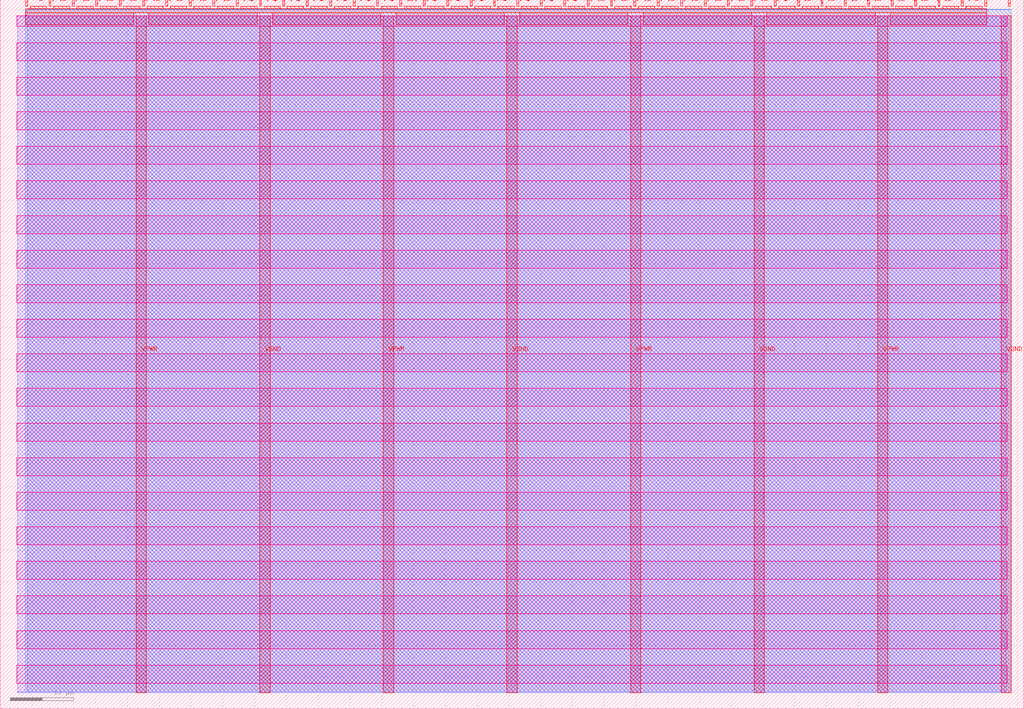
<source format=lef>
VERSION 5.7 ;
  NOWIREEXTENSIONATPIN ON ;
  DIVIDERCHAR "/" ;
  BUSBITCHARS "[]" ;
MACRO tt_um_wokwi_397142450561071105
  CLASS BLOCK ;
  FOREIGN tt_um_wokwi_397142450561071105 ;
  ORIGIN 0.000 0.000 ;
  SIZE 161.000 BY 111.520 ;
  PIN VGND
    DIRECTION INOUT ;
    USE GROUND ;
    PORT
      LAYER met4 ;
        RECT 40.830 2.480 42.430 109.040 ;
    END
    PORT
      LAYER met4 ;
        RECT 79.700 2.480 81.300 109.040 ;
    END
    PORT
      LAYER met4 ;
        RECT 118.570 2.480 120.170 109.040 ;
    END
    PORT
      LAYER met4 ;
        RECT 157.440 2.480 159.040 109.040 ;
    END
  END VGND
  PIN VPWR
    DIRECTION INOUT ;
    USE POWER ;
    PORT
      LAYER met4 ;
        RECT 21.395 2.480 22.995 109.040 ;
    END
    PORT
      LAYER met4 ;
        RECT 60.265 2.480 61.865 109.040 ;
    END
    PORT
      LAYER met4 ;
        RECT 99.135 2.480 100.735 109.040 ;
    END
    PORT
      LAYER met4 ;
        RECT 138.005 2.480 139.605 109.040 ;
    END
  END VPWR
  PIN clk
    DIRECTION INPUT ;
    USE SIGNAL ;
    ANTENNAGATEAREA 0.852000 ;
    PORT
      LAYER met4 ;
        RECT 154.870 110.520 155.170 111.520 ;
    END
  END clk
  PIN ena
    DIRECTION INPUT ;
    USE SIGNAL ;
    PORT
      LAYER met4 ;
        RECT 158.550 110.520 158.850 111.520 ;
    END
  END ena
  PIN rst_n
    DIRECTION INPUT ;
    USE SIGNAL ;
    PORT
      LAYER met4 ;
        RECT 151.190 110.520 151.490 111.520 ;
    END
  END rst_n
  PIN ui_in[0]
    DIRECTION INPUT ;
    USE SIGNAL ;
    PORT
      LAYER met4 ;
        RECT 147.510 110.520 147.810 111.520 ;
    END
  END ui_in[0]
  PIN ui_in[1]
    DIRECTION INPUT ;
    USE SIGNAL ;
    ANTENNAGATEAREA 0.196500 ;
    PORT
      LAYER met4 ;
        RECT 143.830 110.520 144.130 111.520 ;
    END
  END ui_in[1]
  PIN ui_in[2]
    DIRECTION INPUT ;
    USE SIGNAL ;
    ANTENNAGATEAREA 0.196500 ;
    PORT
      LAYER met4 ;
        RECT 140.150 110.520 140.450 111.520 ;
    END
  END ui_in[2]
  PIN ui_in[3]
    DIRECTION INPUT ;
    USE SIGNAL ;
    ANTENNAGATEAREA 0.196500 ;
    PORT
      LAYER met4 ;
        RECT 136.470 110.520 136.770 111.520 ;
    END
  END ui_in[3]
  PIN ui_in[4]
    DIRECTION INPUT ;
    USE SIGNAL ;
    ANTENNAGATEAREA 0.196500 ;
    PORT
      LAYER met4 ;
        RECT 132.790 110.520 133.090 111.520 ;
    END
  END ui_in[4]
  PIN ui_in[5]
    DIRECTION INPUT ;
    USE SIGNAL ;
    PORT
      LAYER met4 ;
        RECT 129.110 110.520 129.410 111.520 ;
    END
  END ui_in[5]
  PIN ui_in[6]
    DIRECTION INPUT ;
    USE SIGNAL ;
    PORT
      LAYER met4 ;
        RECT 125.430 110.520 125.730 111.520 ;
    END
  END ui_in[6]
  PIN ui_in[7]
    DIRECTION INPUT ;
    USE SIGNAL ;
    ANTENNAGATEAREA 0.196500 ;
    PORT
      LAYER met4 ;
        RECT 121.750 110.520 122.050 111.520 ;
    END
  END ui_in[7]
  PIN uio_in[0]
    DIRECTION INPUT ;
    USE SIGNAL ;
    PORT
      LAYER met4 ;
        RECT 118.070 110.520 118.370 111.520 ;
    END
  END uio_in[0]
  PIN uio_in[1]
    DIRECTION INPUT ;
    USE SIGNAL ;
    PORT
      LAYER met4 ;
        RECT 114.390 110.520 114.690 111.520 ;
    END
  END uio_in[1]
  PIN uio_in[2]
    DIRECTION INPUT ;
    USE SIGNAL ;
    PORT
      LAYER met4 ;
        RECT 110.710 110.520 111.010 111.520 ;
    END
  END uio_in[2]
  PIN uio_in[3]
    DIRECTION INPUT ;
    USE SIGNAL ;
    PORT
      LAYER met4 ;
        RECT 107.030 110.520 107.330 111.520 ;
    END
  END uio_in[3]
  PIN uio_in[4]
    DIRECTION INPUT ;
    USE SIGNAL ;
    PORT
      LAYER met4 ;
        RECT 103.350 110.520 103.650 111.520 ;
    END
  END uio_in[4]
  PIN uio_in[5]
    DIRECTION INPUT ;
    USE SIGNAL ;
    PORT
      LAYER met4 ;
        RECT 99.670 110.520 99.970 111.520 ;
    END
  END uio_in[5]
  PIN uio_in[6]
    DIRECTION INPUT ;
    USE SIGNAL ;
    PORT
      LAYER met4 ;
        RECT 95.990 110.520 96.290 111.520 ;
    END
  END uio_in[6]
  PIN uio_in[7]
    DIRECTION INPUT ;
    USE SIGNAL ;
    PORT
      LAYER met4 ;
        RECT 92.310 110.520 92.610 111.520 ;
    END
  END uio_in[7]
  PIN uio_oe[0]
    DIRECTION OUTPUT TRISTATE ;
    USE SIGNAL ;
    PORT
      LAYER met4 ;
        RECT 29.750 110.520 30.050 111.520 ;
    END
  END uio_oe[0]
  PIN uio_oe[1]
    DIRECTION OUTPUT TRISTATE ;
    USE SIGNAL ;
    PORT
      LAYER met4 ;
        RECT 26.070 110.520 26.370 111.520 ;
    END
  END uio_oe[1]
  PIN uio_oe[2]
    DIRECTION OUTPUT TRISTATE ;
    USE SIGNAL ;
    PORT
      LAYER met4 ;
        RECT 22.390 110.520 22.690 111.520 ;
    END
  END uio_oe[2]
  PIN uio_oe[3]
    DIRECTION OUTPUT TRISTATE ;
    USE SIGNAL ;
    PORT
      LAYER met4 ;
        RECT 18.710 110.520 19.010 111.520 ;
    END
  END uio_oe[3]
  PIN uio_oe[4]
    DIRECTION OUTPUT TRISTATE ;
    USE SIGNAL ;
    PORT
      LAYER met4 ;
        RECT 15.030 110.520 15.330 111.520 ;
    END
  END uio_oe[4]
  PIN uio_oe[5]
    DIRECTION OUTPUT TRISTATE ;
    USE SIGNAL ;
    PORT
      LAYER met4 ;
        RECT 11.350 110.520 11.650 111.520 ;
    END
  END uio_oe[5]
  PIN uio_oe[6]
    DIRECTION OUTPUT TRISTATE ;
    USE SIGNAL ;
    PORT
      LAYER met4 ;
        RECT 7.670 110.520 7.970 111.520 ;
    END
  END uio_oe[6]
  PIN uio_oe[7]
    DIRECTION OUTPUT TRISTATE ;
    USE SIGNAL ;
    PORT
      LAYER met4 ;
        RECT 3.990 110.520 4.290 111.520 ;
    END
  END uio_oe[7]
  PIN uio_out[0]
    DIRECTION OUTPUT TRISTATE ;
    USE SIGNAL ;
    PORT
      LAYER met4 ;
        RECT 59.190 110.520 59.490 111.520 ;
    END
  END uio_out[0]
  PIN uio_out[1]
    DIRECTION OUTPUT TRISTATE ;
    USE SIGNAL ;
    PORT
      LAYER met4 ;
        RECT 55.510 110.520 55.810 111.520 ;
    END
  END uio_out[1]
  PIN uio_out[2]
    DIRECTION OUTPUT TRISTATE ;
    USE SIGNAL ;
    PORT
      LAYER met4 ;
        RECT 51.830 110.520 52.130 111.520 ;
    END
  END uio_out[2]
  PIN uio_out[3]
    DIRECTION OUTPUT TRISTATE ;
    USE SIGNAL ;
    PORT
      LAYER met4 ;
        RECT 48.150 110.520 48.450 111.520 ;
    END
  END uio_out[3]
  PIN uio_out[4]
    DIRECTION OUTPUT TRISTATE ;
    USE SIGNAL ;
    PORT
      LAYER met4 ;
        RECT 44.470 110.520 44.770 111.520 ;
    END
  END uio_out[4]
  PIN uio_out[5]
    DIRECTION OUTPUT TRISTATE ;
    USE SIGNAL ;
    PORT
      LAYER met4 ;
        RECT 40.790 110.520 41.090 111.520 ;
    END
  END uio_out[5]
  PIN uio_out[6]
    DIRECTION OUTPUT TRISTATE ;
    USE SIGNAL ;
    PORT
      LAYER met4 ;
        RECT 37.110 110.520 37.410 111.520 ;
    END
  END uio_out[6]
  PIN uio_out[7]
    DIRECTION OUTPUT TRISTATE ;
    USE SIGNAL ;
    PORT
      LAYER met4 ;
        RECT 33.430 110.520 33.730 111.520 ;
    END
  END uio_out[7]
  PIN uo_out[0]
    DIRECTION OUTPUT TRISTATE ;
    USE SIGNAL ;
    PORT
      LAYER met4 ;
        RECT 88.630 110.520 88.930 111.520 ;
    END
  END uo_out[0]
  PIN uo_out[1]
    DIRECTION OUTPUT TRISTATE ;
    USE SIGNAL ;
    ANTENNADIFFAREA 0.445500 ;
    PORT
      LAYER met4 ;
        RECT 84.950 110.520 85.250 111.520 ;
    END
  END uo_out[1]
  PIN uo_out[2]
    DIRECTION OUTPUT TRISTATE ;
    USE SIGNAL ;
    ANTENNADIFFAREA 0.445500 ;
    PORT
      LAYER met4 ;
        RECT 81.270 110.520 81.570 111.520 ;
    END
  END uo_out[2]
  PIN uo_out[3]
    DIRECTION OUTPUT TRISTATE ;
    USE SIGNAL ;
    ANTENNADIFFAREA 0.445500 ;
    PORT
      LAYER met4 ;
        RECT 77.590 110.520 77.890 111.520 ;
    END
  END uo_out[3]
  PIN uo_out[4]
    DIRECTION OUTPUT TRISTATE ;
    USE SIGNAL ;
    ANTENNADIFFAREA 0.445500 ;
    PORT
      LAYER met4 ;
        RECT 73.910 110.520 74.210 111.520 ;
    END
  END uo_out[4]
  PIN uo_out[5]
    DIRECTION OUTPUT TRISTATE ;
    USE SIGNAL ;
    ANTENNADIFFAREA 0.445500 ;
    PORT
      LAYER met4 ;
        RECT 70.230 110.520 70.530 111.520 ;
    END
  END uo_out[5]
  PIN uo_out[6]
    DIRECTION OUTPUT TRISTATE ;
    USE SIGNAL ;
    PORT
      LAYER met4 ;
        RECT 66.550 110.520 66.850 111.520 ;
    END
  END uo_out[6]
  PIN uo_out[7]
    DIRECTION OUTPUT TRISTATE ;
    USE SIGNAL ;
    PORT
      LAYER met4 ;
        RECT 62.870 110.520 63.170 111.520 ;
    END
  END uo_out[7]
  OBS
      LAYER nwell ;
        RECT 2.570 107.385 158.430 108.990 ;
        RECT 2.570 101.945 158.430 104.775 ;
        RECT 2.570 96.505 158.430 99.335 ;
        RECT 2.570 91.065 158.430 93.895 ;
        RECT 2.570 85.625 158.430 88.455 ;
        RECT 2.570 80.185 158.430 83.015 ;
        RECT 2.570 74.745 158.430 77.575 ;
        RECT 2.570 69.305 158.430 72.135 ;
        RECT 2.570 63.865 158.430 66.695 ;
        RECT 2.570 58.425 158.430 61.255 ;
        RECT 2.570 52.985 158.430 55.815 ;
        RECT 2.570 47.545 158.430 50.375 ;
        RECT 2.570 42.105 158.430 44.935 ;
        RECT 2.570 36.665 158.430 39.495 ;
        RECT 2.570 31.225 158.430 34.055 ;
        RECT 2.570 25.785 158.430 28.615 ;
        RECT 2.570 20.345 158.430 23.175 ;
        RECT 2.570 14.905 158.430 17.735 ;
        RECT 2.570 9.465 158.430 12.295 ;
        RECT 2.570 4.025 158.430 6.855 ;
      LAYER li1 ;
        RECT 2.760 2.635 158.240 108.885 ;
      LAYER met1 ;
        RECT 2.760 2.480 159.040 109.040 ;
      LAYER met2 ;
        RECT 4.230 2.535 159.010 110.005 ;
      LAYER met3 ;
        RECT 3.950 2.555 159.030 109.985 ;
      LAYER met4 ;
        RECT 4.690 110.120 7.270 110.520 ;
        RECT 8.370 110.120 10.950 110.520 ;
        RECT 12.050 110.120 14.630 110.520 ;
        RECT 15.730 110.120 18.310 110.520 ;
        RECT 19.410 110.120 21.990 110.520 ;
        RECT 23.090 110.120 25.670 110.520 ;
        RECT 26.770 110.120 29.350 110.520 ;
        RECT 30.450 110.120 33.030 110.520 ;
        RECT 34.130 110.120 36.710 110.520 ;
        RECT 37.810 110.120 40.390 110.520 ;
        RECT 41.490 110.120 44.070 110.520 ;
        RECT 45.170 110.120 47.750 110.520 ;
        RECT 48.850 110.120 51.430 110.520 ;
        RECT 52.530 110.120 55.110 110.520 ;
        RECT 56.210 110.120 58.790 110.520 ;
        RECT 59.890 110.120 62.470 110.520 ;
        RECT 63.570 110.120 66.150 110.520 ;
        RECT 67.250 110.120 69.830 110.520 ;
        RECT 70.930 110.120 73.510 110.520 ;
        RECT 74.610 110.120 77.190 110.520 ;
        RECT 78.290 110.120 80.870 110.520 ;
        RECT 81.970 110.120 84.550 110.520 ;
        RECT 85.650 110.120 88.230 110.520 ;
        RECT 89.330 110.120 91.910 110.520 ;
        RECT 93.010 110.120 95.590 110.520 ;
        RECT 96.690 110.120 99.270 110.520 ;
        RECT 100.370 110.120 102.950 110.520 ;
        RECT 104.050 110.120 106.630 110.520 ;
        RECT 107.730 110.120 110.310 110.520 ;
        RECT 111.410 110.120 113.990 110.520 ;
        RECT 115.090 110.120 117.670 110.520 ;
        RECT 118.770 110.120 121.350 110.520 ;
        RECT 122.450 110.120 125.030 110.520 ;
        RECT 126.130 110.120 128.710 110.520 ;
        RECT 129.810 110.120 132.390 110.520 ;
        RECT 133.490 110.120 136.070 110.520 ;
        RECT 137.170 110.120 139.750 110.520 ;
        RECT 140.850 110.120 143.430 110.520 ;
        RECT 144.530 110.120 147.110 110.520 ;
        RECT 148.210 110.120 150.790 110.520 ;
        RECT 151.890 110.120 154.470 110.520 ;
        RECT 3.975 109.440 155.185 110.120 ;
        RECT 3.975 107.615 20.995 109.440 ;
        RECT 23.395 107.615 40.430 109.440 ;
        RECT 42.830 107.615 59.865 109.440 ;
        RECT 62.265 107.615 79.300 109.440 ;
        RECT 81.700 107.615 98.735 109.440 ;
        RECT 101.135 107.615 118.170 109.440 ;
        RECT 120.570 107.615 137.605 109.440 ;
        RECT 140.005 107.615 155.185 109.440 ;
  END
END tt_um_wokwi_397142450561071105
END LIBRARY


</source>
